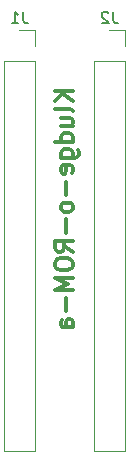
<source format=gbo>
G04 #@! TF.GenerationSoftware,KiCad,Pcbnew,(5.1.9)-1*
G04 #@! TF.CreationDate,2021-11-21T23:00:06-05:00*
G04 #@! TF.ProjectId,sst39-32,73737433-392d-4333-922e-6b696361645f,rev?*
G04 #@! TF.SameCoordinates,Original*
G04 #@! TF.FileFunction,Legend,Bot*
G04 #@! TF.FilePolarity,Positive*
%FSLAX46Y46*%
G04 Gerber Fmt 4.6, Leading zero omitted, Abs format (unit mm)*
G04 Created by KiCad (PCBNEW (5.1.9)-1) date 2021-11-21 23:00:06*
%MOMM*%
%LPD*%
G01*
G04 APERTURE LIST*
%ADD10C,0.300000*%
%ADD11C,0.120000*%
%ADD12C,0.150000*%
%ADD13O,1.600000X1.600000*%
%ADD14R,1.600000X1.600000*%
%ADD15O,1.700000X1.700000*%
%ADD16R,1.700000X1.700000*%
G04 APERTURE END LIST*
D10*
X86348571Y-71870000D02*
X84848571Y-71870000D01*
X86348571Y-72727142D02*
X85491428Y-72084285D01*
X84848571Y-72727142D02*
X85705714Y-71870000D01*
X86348571Y-73584285D02*
X86277142Y-73441428D01*
X86134285Y-73370000D01*
X84848571Y-73370000D01*
X85348571Y-74798571D02*
X86348571Y-74798571D01*
X85348571Y-74155714D02*
X86134285Y-74155714D01*
X86277142Y-74227142D01*
X86348571Y-74370000D01*
X86348571Y-74584285D01*
X86277142Y-74727142D01*
X86205714Y-74798571D01*
X86348571Y-76155714D02*
X84848571Y-76155714D01*
X86277142Y-76155714D02*
X86348571Y-76012857D01*
X86348571Y-75727142D01*
X86277142Y-75584285D01*
X86205714Y-75512857D01*
X86062857Y-75441428D01*
X85634285Y-75441428D01*
X85491428Y-75512857D01*
X85420000Y-75584285D01*
X85348571Y-75727142D01*
X85348571Y-76012857D01*
X85420000Y-76155714D01*
X85348571Y-77512857D02*
X86562857Y-77512857D01*
X86705714Y-77441428D01*
X86777142Y-77370000D01*
X86848571Y-77227142D01*
X86848571Y-77012857D01*
X86777142Y-76870000D01*
X86277142Y-77512857D02*
X86348571Y-77370000D01*
X86348571Y-77084285D01*
X86277142Y-76941428D01*
X86205714Y-76870000D01*
X86062857Y-76798571D01*
X85634285Y-76798571D01*
X85491428Y-76870000D01*
X85420000Y-76941428D01*
X85348571Y-77084285D01*
X85348571Y-77370000D01*
X85420000Y-77512857D01*
X86277142Y-78798571D02*
X86348571Y-78655714D01*
X86348571Y-78370000D01*
X86277142Y-78227142D01*
X86134285Y-78155714D01*
X85562857Y-78155714D01*
X85420000Y-78227142D01*
X85348571Y-78370000D01*
X85348571Y-78655714D01*
X85420000Y-78798571D01*
X85562857Y-78870000D01*
X85705714Y-78870000D01*
X85848571Y-78155714D01*
X85777142Y-79512857D02*
X85777142Y-80655714D01*
X86348571Y-81584285D02*
X86277142Y-81441428D01*
X86205714Y-81370000D01*
X86062857Y-81298571D01*
X85634285Y-81298571D01*
X85491428Y-81370000D01*
X85420000Y-81441428D01*
X85348571Y-81584285D01*
X85348571Y-81798571D01*
X85420000Y-81941428D01*
X85491428Y-82012857D01*
X85634285Y-82084285D01*
X86062857Y-82084285D01*
X86205714Y-82012857D01*
X86277142Y-81941428D01*
X86348571Y-81798571D01*
X86348571Y-81584285D01*
X85777142Y-82727142D02*
X85777142Y-83870000D01*
X86348571Y-85441428D02*
X85634285Y-84941428D01*
X86348571Y-84584285D02*
X84848571Y-84584285D01*
X84848571Y-85155714D01*
X84920000Y-85298571D01*
X84991428Y-85370000D01*
X85134285Y-85441428D01*
X85348571Y-85441428D01*
X85491428Y-85370000D01*
X85562857Y-85298571D01*
X85634285Y-85155714D01*
X85634285Y-84584285D01*
X84848571Y-86370000D02*
X84848571Y-86655714D01*
X84920000Y-86798571D01*
X85062857Y-86941428D01*
X85348571Y-87012857D01*
X85848571Y-87012857D01*
X86134285Y-86941428D01*
X86277142Y-86798571D01*
X86348571Y-86655714D01*
X86348571Y-86370000D01*
X86277142Y-86227142D01*
X86134285Y-86084285D01*
X85848571Y-86012857D01*
X85348571Y-86012857D01*
X85062857Y-86084285D01*
X84920000Y-86227142D01*
X84848571Y-86370000D01*
X86348571Y-87655714D02*
X84848571Y-87655714D01*
X85920000Y-88155714D01*
X84848571Y-88655714D01*
X86348571Y-88655714D01*
X85777142Y-89370000D02*
X85777142Y-90512857D01*
X86348571Y-91870000D02*
X85562857Y-91870000D01*
X85420000Y-91798571D01*
X85348571Y-91655714D01*
X85348571Y-91370000D01*
X85420000Y-91227142D01*
X86277142Y-91870000D02*
X86348571Y-91727142D01*
X86348571Y-91370000D01*
X86277142Y-91227142D01*
X86134285Y-91155714D01*
X85991428Y-91155714D01*
X85848571Y-91227142D01*
X85777142Y-91370000D01*
X85777142Y-91727142D01*
X85705714Y-91870000D01*
D11*
X90790000Y-102350000D02*
X88130000Y-102350000D01*
X90790000Y-69270000D02*
X90790000Y-102350000D01*
X88130000Y-69270000D02*
X88130000Y-102350000D01*
X90790000Y-69270000D02*
X88130000Y-69270000D01*
X90790000Y-68000000D02*
X90790000Y-66670000D01*
X90790000Y-66670000D02*
X89460000Y-66670000D01*
X83180000Y-102350000D02*
X80520000Y-102350000D01*
X83180000Y-69270000D02*
X83180000Y-102350000D01*
X80520000Y-69270000D02*
X80520000Y-102350000D01*
X83180000Y-69270000D02*
X80520000Y-69270000D01*
X83180000Y-68000000D02*
X83180000Y-66670000D01*
X83180000Y-66670000D02*
X81850000Y-66670000D01*
D12*
X89793333Y-65122380D02*
X89793333Y-65836666D01*
X89840952Y-65979523D01*
X89936190Y-66074761D01*
X90079047Y-66122380D01*
X90174285Y-66122380D01*
X89364761Y-65217619D02*
X89317142Y-65170000D01*
X89221904Y-65122380D01*
X88983809Y-65122380D01*
X88888571Y-65170000D01*
X88840952Y-65217619D01*
X88793333Y-65312857D01*
X88793333Y-65408095D01*
X88840952Y-65550952D01*
X89412380Y-66122380D01*
X88793333Y-66122380D01*
X82183333Y-65122380D02*
X82183333Y-65836666D01*
X82230952Y-65979523D01*
X82326190Y-66074761D01*
X82469047Y-66122380D01*
X82564285Y-66122380D01*
X81183333Y-66122380D02*
X81754761Y-66122380D01*
X81469047Y-66122380D02*
X81469047Y-65122380D01*
X81564285Y-65265238D01*
X81659523Y-65360476D01*
X81754761Y-65408095D01*
%LPC*%
D13*
X93290000Y-62900000D03*
X78050000Y-101000000D03*
X93290000Y-65440000D03*
X78050000Y-98460000D03*
X93290000Y-67980000D03*
X78050000Y-95920000D03*
X93290000Y-70520000D03*
X78050000Y-93380000D03*
X93290000Y-73060000D03*
X78050000Y-90840000D03*
X93290000Y-75600000D03*
X78050000Y-88300000D03*
X93290000Y-78140000D03*
X78050000Y-85760000D03*
X93290000Y-80680000D03*
X78050000Y-83220000D03*
X93290000Y-83220000D03*
X78050000Y-80680000D03*
X93290000Y-85760000D03*
X78050000Y-78140000D03*
X93290000Y-88300000D03*
X78050000Y-75600000D03*
X93290000Y-90840000D03*
X78050000Y-73060000D03*
X93290000Y-93380000D03*
X78050000Y-70520000D03*
X93290000Y-95920000D03*
X78050000Y-67980000D03*
X93290000Y-98460000D03*
X78050000Y-65440000D03*
X93290000Y-101000000D03*
D14*
X78050000Y-62900000D03*
D15*
X89460000Y-101020000D03*
X89460000Y-98480000D03*
X89460000Y-95940000D03*
X89460000Y-93400000D03*
X89460000Y-90860000D03*
X89460000Y-88320000D03*
X89460000Y-85780000D03*
X89460000Y-83240000D03*
X89460000Y-80700000D03*
X89460000Y-78160000D03*
X89460000Y-75620000D03*
X89460000Y-73080000D03*
X89460000Y-70540000D03*
D16*
X89460000Y-68000000D03*
D15*
X81850000Y-101020000D03*
X81850000Y-98480000D03*
X81850000Y-95940000D03*
X81850000Y-93400000D03*
X81850000Y-90860000D03*
X81850000Y-88320000D03*
X81850000Y-85780000D03*
X81850000Y-83240000D03*
X81850000Y-80700000D03*
X81850000Y-78160000D03*
X81850000Y-75620000D03*
X81850000Y-73080000D03*
X81850000Y-70540000D03*
D16*
X81850000Y-68000000D03*
M02*

</source>
